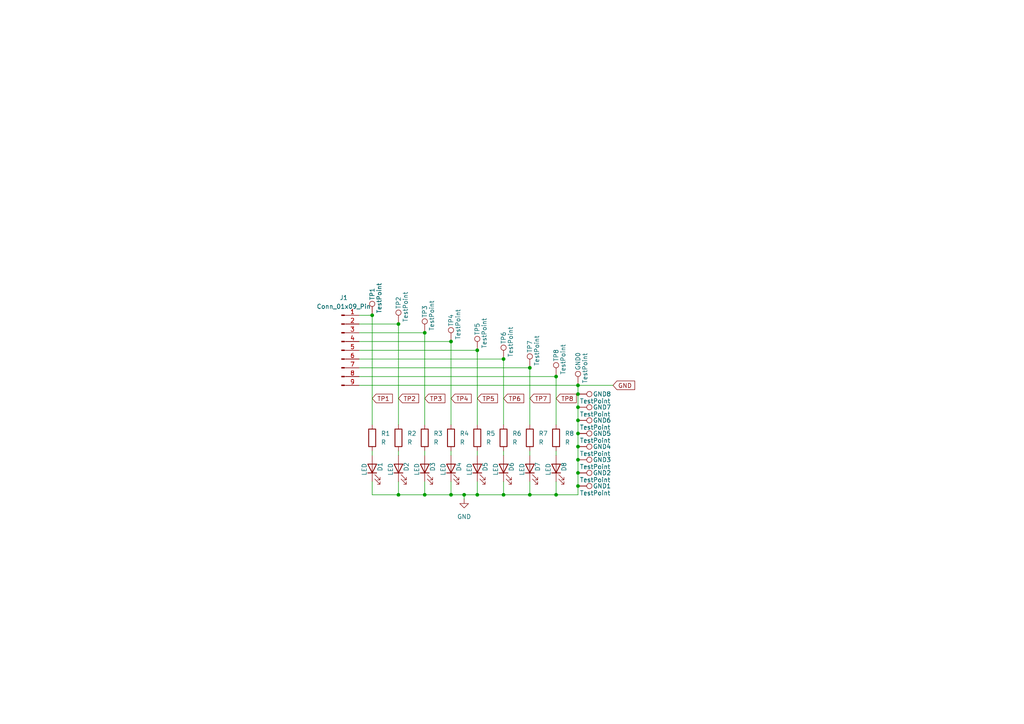
<source format=kicad_sch>
(kicad_sch (version 20231120) (generator "eeschema") (generator_version "8.0")
  (paper "A4")
  (lib_symbols
    (symbol "Connector:Conn_01x09_Pin" (pin_names (offset 1.016) hide)
      (property "Reference" "J" (at 0 12.7 0))
      (property "Value" "Conn_01x09_Pin" (at 0 -12.7 0))
      (symbol "Conn_01x09_Pin_1_1"
        (polyline (pts (xy 1.27 -10.16) (xy 0.8636 -10.16)) (stroke (width 0.1524)))
        (polyline (pts (xy 1.27 -7.62) (xy 0.8636 -7.62)) (stroke (width 0.1524)))
        (polyline (pts (xy 1.27 -5.08) (xy 0.8636 -5.08)) (stroke (width 0.1524)))
        (polyline (pts (xy 1.27 -2.54) (xy 0.8636 -2.54)) (stroke (width 0.1524)))
        (polyline (pts (xy 1.27 0) (xy 0.8636 0)) (stroke (width 0.1524)))
        (polyline (pts (xy 1.27 2.54) (xy 0.8636 2.54)) (stroke (width 0.1524)))
        (polyline (pts (xy 1.27 5.08) (xy 0.8636 5.08)) (stroke (width 0.1524)))
        (polyline (pts (xy 1.27 7.62) (xy 0.8636 7.62)) (stroke (width 0.1524)))
        (polyline (pts (xy 1.27 10.16) (xy 0.8636 10.16)) (stroke (width 0.1524)))
        (rectangle (start 0.8636 -10.033) (end 0 -10.287) (stroke (width 0.1524)) (fill (type outline)))
        (rectangle (start 0.8636 -7.493) (end 0 -7.747) (stroke (width 0.1524)) (fill (type outline)))
        (rectangle (start 0.8636 -4.953) (end 0 -5.207) (stroke (width 0.1524)) (fill (type outline)))
        (rectangle (start 0.8636 -2.413) (end 0 -2.667) (stroke (width 0.1524)) (fill (type outline)))
        (rectangle (start 0.8636 0.127) (end 0 -0.127) (stroke (width 0.1524)) (fill (type outline)))
        (rectangle (start 0.8636 2.667) (end 0 2.413) (stroke (width 0.1524)) (fill (type outline)))
        (rectangle (start 0.8636 5.207) (end 0 4.953) (stroke (width 0.1524)) (fill (type outline)))
        (rectangle (start 0.8636 7.747) (end 0 7.493) (stroke (width 0.1524)) (fill (type outline)))
        (rectangle (start 0.8636 10.287) (end 0 10.033) (stroke (width 0.1524)) (fill (type outline)))
        (pin passive line (at 5.08 10.16 180) (length 3.81) (name "Pin_1") (number "1"))
        (pin passive line (at 5.08 7.62 180) (length 3.81) (name "Pin_2") (number "2"))
        (pin passive line (at 5.08 5.08 180) (length 3.81) (name "Pin_3") (number "3"))
        (pin passive line (at 5.08 2.54 180) (length 3.81) (name "Pin_4") (number "4"))
        (pin passive line (at 5.08 0 180) (length 3.81) (name "Pin_5") (number "5"))
        (pin passive line (at 5.08 -2.54 180) (length 3.81) (name "Pin_6") (number "6"))
        (pin passive line (at 5.08 -5.08 180) (length 3.81) (name "Pin_7") (number "7"))
        (pin passive line (at 5.08 -7.62 180) (length 3.81) (name "Pin_8") (number "8"))
        (pin passive line (at 5.08 -10.16 180) (length 3.81) (name "Pin_9") (number "9"))
      )
    )
    (symbol "Connector:TestPoint" (pin_numbers hide) (pin_names (offset 0.762) hide)
      (property "Reference" "TP" (at 0 6.858 0))
      (property "Value" "TestPoint" (at 0 5.08 0))
      (symbol "TestPoint_0_1"
        (circle (center 0 3.302) (radius 0.762))
      )
      (symbol "TestPoint_1_1"
        (pin passive line (at 0 0 90) (length 2.54) (name "1") (number "1"))
      )
    )
    (symbol "Device:LED" (pin_numbers hide) (pin_names (offset 1.016) hide)
      (property "Reference" "D" (at 0 2.54 0))
      (property "Value" "LED" (at 0 -2.54 0))
      (symbol "LED_0_1"
        (polyline (pts (xy -1.27 -1.27) (xy -1.27 1.27)) (stroke (width 0.254)))
        (polyline (pts (xy -1.27 0) (xy 1.27 0)))
        (polyline (pts (xy 1.27 -1.27) (xy 1.27 1.27) (xy -1.27 0) (xy 1.27 -1.27)) (stroke (width 0.254)))
        (polyline (pts (xy -3.048 -0.762) (xy -4.572 -2.286) (xy -3.81 -2.286) (xy -4.572 -2.286) (xy -4.572 -1.524)))
        (polyline (pts (xy -1.778 -0.762) (xy -3.302 -2.286) (xy -2.54 -2.286) (xy -3.302 -2.286) (xy -3.302 -1.524)))
      )
      (symbol "LED_1_1"
        (pin passive line (at -3.81 0 0) (length 2.54) (name "K") (number "1"))
        (pin passive line (at 3.81 0 180) (length 2.54) (name "A") (number "2"))
      )
    )
    (symbol "Device:R" (pin_numbers hide) (pin_names (offset 0))
      (property "Reference" "R" (at 2.032 0 90))
      (property "Value" "R" (at 0 0 90))
      (symbol "R_0_1"
        (rectangle (start -1.016 -2.54) (end 1.016 2.54) (stroke (width 0.254)))
      )
      (symbol "R_1_1"
        (pin passive line (at 0 3.81 270) (length 1.27) (name "~") (number "1"))
        (pin passive line (at 0 -3.81 90) (length 1.27) (name "~") (number "2"))
      )
    )
    (symbol "power:GND" (power) (pin_numbers hide) (pin_names (offset 0) hide)
      (property "Value" "GND" (at 0 -3.81 0))
      (symbol "GND_0_1"
        (polyline (pts (xy 0 0) (xy 0 -1.27) (xy 1.27 -1.27) (xy 0 -2.54) (xy -1.27 -1.27) (xy 0 -1.27)))
      )
      (symbol "GND_1_1"
        (pin power_in line (at 0 0 270) (length 0) (name "~") (number "1"))
      )
    )
  )
  (junction (at 138.43 101.6))
  (junction (at 167.64 111.76))
  (junction (at 115.57 93.98))
  (junction (at 161.29 109.22))
  (junction (at 167.64 121.92))
  (junction (at 123.19 143.51))
  (junction (at 130.81 99.06))
  (junction (at 134.62 143.51))
  (junction (at 146.05 143.51))
  (junction (at 123.19 96.52))
  (junction (at 161.29 143.51))
  (junction (at 153.67 143.51))
  (junction (at 167.64 125.73))
  (junction (at 167.64 140.97))
  (junction (at 115.57 143.51))
  (junction (at 167.64 137.16))
  (junction (at 138.43 143.51))
  (junction (at 167.64 118.11))
  (junction (at 167.64 114.3))
  (junction (at 153.67 106.68))
  (junction (at 146.05 104.14))
  (junction (at 107.95 91.44))
  (junction (at 167.64 133.35))
  (junction (at 167.64 129.54))
  (junction (at 130.81 143.51))
  (wire (pts (xy 104.14 106.68) (xy 153.67 106.68)))
  (wire (pts (xy 130.81 130.81) (xy 130.81 132.08)))
  (wire (pts (xy 134.62 143.51) (xy 130.81 143.51)))
  (wire (pts (xy 167.64 143.51) (xy 167.64 140.97)))
  (wire (pts (xy 146.05 130.81) (xy 146.05 132.08)))
  (wire (pts (xy 167.64 133.35) (xy 167.64 137.16)))
  (wire (pts (xy 167.64 125.73) (xy 167.64 129.54)))
  (wire (pts (xy 104.14 91.44) (xy 107.95 91.44)))
  (wire (pts (xy 107.95 139.7) (xy 107.95 143.51)))
  (wire (pts (xy 146.05 143.51) (xy 153.67 143.51)))
  (wire (pts (xy 167.64 140.97) (xy 167.64 137.16)))
  (wire (pts (xy 146.05 104.14) (xy 146.05 123.19)))
  (wire (pts (xy 107.95 130.81) (xy 107.95 132.08)))
  (wire (pts (xy 104.14 99.06) (xy 130.81 99.06)))
  (wire (pts (xy 177.8 111.76) (xy 167.64 111.76)))
  (wire (pts (xy 153.67 143.51) (xy 161.29 143.51)))
  (wire (pts (xy 130.81 139.7) (xy 130.81 143.51)))
  (wire (pts (xy 153.67 106.68) (xy 153.67 123.19)))
  (wire (pts (xy 104.14 111.76) (xy 167.64 111.76)))
  (wire (pts (xy 138.43 130.81) (xy 138.43 132.08)))
  (wire (pts (xy 130.81 99.06) (xy 130.81 123.19)))
  (wire (pts (xy 134.62 143.51) (xy 134.62 144.78)))
  (wire (pts (xy 130.81 143.51) (xy 123.19 143.51)))
  (wire (pts (xy 115.57 130.81) (xy 115.57 132.08)))
  (wire (pts (xy 153.67 130.81) (xy 153.67 132.08)))
  (wire (pts (xy 167.64 111.76) (xy 167.64 114.3)))
  (wire (pts (xy 153.67 139.7) (xy 153.67 143.51)))
  (wire (pts (xy 138.43 143.51) (xy 134.62 143.51)))
  (wire (pts (xy 104.14 101.6) (xy 138.43 101.6)))
  (wire (pts (xy 161.29 130.81) (xy 161.29 132.08)))
  (wire (pts (xy 115.57 93.98) (xy 115.57 123.19)))
  (wire (pts (xy 167.64 129.54) (xy 167.64 133.35)))
  (wire (pts (xy 104.14 96.52) (xy 123.19 96.52)))
  (wire (pts (xy 107.95 91.44) (xy 107.95 123.19)))
  (wire (pts (xy 123.19 139.7) (xy 123.19 143.51)))
  (wire (pts (xy 146.05 139.7) (xy 146.05 143.51)))
  (wire (pts (xy 123.19 130.81) (xy 123.19 132.08)))
  (wire (pts (xy 104.14 109.22) (xy 161.29 109.22)))
  (wire (pts (xy 115.57 139.7) (xy 115.57 143.51)))
  (wire (pts (xy 161.29 143.51) (xy 167.64 143.51)))
  (wire (pts (xy 123.19 143.51) (xy 115.57 143.51)))
  (wire (pts (xy 167.64 114.3) (xy 167.64 118.11)))
  (wire (pts (xy 104.14 93.98) (xy 115.57 93.98)))
  (wire (pts (xy 115.57 143.51) (xy 107.95 143.51)))
  (wire (pts (xy 123.19 96.52) (xy 123.19 123.19)))
  (wire (pts (xy 161.29 139.7) (xy 161.29 143.51)))
  (wire (pts (xy 167.64 121.92) (xy 167.64 125.73)))
  (wire (pts (xy 138.43 139.7) (xy 138.43 143.51)))
  (wire (pts (xy 146.05 143.51) (xy 138.43 143.51)))
  (wire (pts (xy 104.14 104.14) (xy 146.05 104.14)))
  (wire (pts (xy 161.29 109.22) (xy 161.29 123.19)))
  (wire (pts (xy 167.64 118.11) (xy 167.64 121.92)))
  (wire (pts (xy 138.43 101.6) (xy 138.43 123.19)))
  (global_label "TP8" (shape input) (at 161.29 115.57 0) (property "Intersheetrefs" "${INTERSHEET_REFS}" (effects (hide yes))))
  (global_label "TP3" (shape input) (at 123.19 115.57 0) (property "Intersheetrefs" "${INTERSHEET_REFS}" (effects (hide yes))))
  (global_label "TP2" (shape input) (at 115.57 115.57 0) (property "Intersheetrefs" "${INTERSHEET_REFS}" (effects (hide yes))))
  (global_label "TP5" (shape input) (at 138.43 115.57 0) (property "Intersheetrefs" "${INTERSHEET_REFS}" (effects (hide yes))))
  (global_label "GND" (shape input) (at 177.8 111.76 0) (property "Intersheetrefs" "${INTERSHEET_REFS}" (effects (hide yes))))
  (global_label "TP6" (shape input) (at 146.05 115.57 0) (property "Intersheetrefs" "${INTERSHEET_REFS}" (effects (hide yes))))
  (global_label "TP7" (shape input) (at 153.67 115.57 0) (property "Intersheetrefs" "${INTERSHEET_REFS}" (effects (hide yes))))
  (global_label "TP4" (shape input) (at 130.81 115.57 0) (property "Intersheetrefs" "${INTERSHEET_REFS}" (effects (hide yes))))
  (global_label "TP1" (shape input) (at 107.95 115.57 0) (property "Intersheetrefs" "${INTERSHEET_REFS}" (effects (hide yes))))
  (symbol (lib_id "Device:R") (at 146.05 127 180) (unit 1)
    (property "Reference" "R6" (at 148.59 125.7299 0) (effects (justify right)))
    (property "Value" "R" (at 148.59 128.2699 0) (effects (justify right)))
    (property "Footprint" "Resistor_SMD:R_0805_2012Metric_Pad1.20x1.40mm_HandSolder" (effects (hide yes)))
    (property "Description" "Resistor" (effects (hide yes)))
  )
  (symbol (lib_id "Device:LED") (at 123.19 135.89 90) (unit 1)
    (property "Reference" "D3" (at 125.476 135.382 0))
    (property "Value" "LED" (at 120.904 136.144 0))
    (property "Footprint" "LED_SMD:LED_0805_2012Metric_Pad1.15x1.40mm_HandSolder" (effects (hide yes)))
    (property "Description" "Light emitting diode" (effects (hide yes)))
  )
  (symbol (lib_id "Device:LED") (at 153.67 135.89 90) (unit 1)
    (property "Reference" "D7" (at 155.956 135.382 0))
    (property "Value" "LED" (at 151.384 136.144 0))
    (property "Footprint" "LED_SMD:LED_0805_2012Metric_Pad1.15x1.40mm_HandSolder" (effects (hide yes)))
    (property "Description" "Light emitting diode" (effects (hide yes)))
  )
  (symbol (lib_id "Connector:TestPoint") (at 167.64 140.97 270) (unit 1)
    (property "Reference" "GND1" (at 171.958 140.97 90) (effects (justify left)))
    (property "Value" "TestPoint" (at 168.148 143.002 90) (effects (justify left)))
    (property "Footprint" "TestPoint:TestPoint_THTPad_D1.5mm_Drill0.7mm" (effects (hide yes)))
    (property "Description" "test point" (effects (hide yes)))
  )
  (symbol (lib_id "Connector:TestPoint") (at 167.64 118.11 270) (unit 1)
    (property "Reference" "GND7" (at 171.958 118.11 90) (effects (justify left)))
    (property "Value" "TestPoint" (at 168.148 120.142 90) (effects (justify left)))
    (property "Footprint" "TestPoint:TestPoint_THTPad_D1.5mm_Drill0.7mm" (effects (hide yes)))
    (property "Description" "test point" (effects (hide yes)))
  )
  (symbol (lib_id "Device:LED") (at 146.05 135.89 90) (unit 1)
    (property "Reference" "D6" (at 148.336 135.382 0))
    (property "Value" "LED" (at 143.764 136.144 0))
    (property "Footprint" "LED_SMD:LED_0805_2012Metric_Pad1.15x1.40mm_HandSolder" (effects (hide yes)))
    (property "Description" "Light emitting diode" (effects (hide yes)))
  )
  (symbol (lib_id "Connector:TestPoint") (at 167.64 133.35 270) (unit 1)
    (property "Reference" "GND3" (at 171.958 133.35 90) (effects (justify left)))
    (property "Value" "TestPoint" (at 168.148 135.382 90) (effects (justify left)))
    (property "Footprint" "TestPoint:TestPoint_THTPad_D1.5mm_Drill0.7mm" (effects (hide yes)))
    (property "Description" "test point" (effects (hide yes)))
  )
  (symbol (lib_id "Connector:TestPoint") (at 115.57 93.98 0) (unit 1)
    (property "Reference" "TP2" (at 115.57 89.662 90) (effects (justify left)))
    (property "Value" "TestPoint" (at 117.602 93.472 90) (effects (justify left)))
    (property "Footprint" "TestPoint:TestPoint_THTPad_D1.5mm_Drill0.7mm" (effects (hide yes)))
    (property "Description" "test point" (effects (hide yes)))
  )
  (symbol (lib_id "Connector:TestPoint") (at 146.05 104.14 0) (unit 1)
    (property "Reference" "TP6" (at 146.05 99.822 90) (effects (justify left)))
    (property "Value" "TestPoint" (at 148.082 103.632 90) (effects (justify left)))
    (property "Footprint" "TestPoint:TestPoint_THTPad_D1.5mm_Drill0.7mm" (effects (hide yes)))
    (property "Description" "test point" (effects (hide yes)))
  )
  (symbol (lib_id "power:GND") (at 134.62 144.78 0) (unit 1)
    (property "Reference" "#PWR01" (effects (hide yes)))
    (property "Value" "GND" (at 134.62 149.86 0))
    (property "Description" "Power symbol creates a global label with name \"GND\" , ground" (effects (hide yes)))
  )
  (symbol (lib_id "Connector:TestPoint") (at 107.95 91.44 0) (unit 1)
    (property "Reference" "TP1" (at 107.95 87.122 90) (effects (justify left)))
    (property "Value" "TestPoint" (at 109.982 90.932 90) (effects (justify left)))
    (property "Footprint" "TestPoint:TestPoint_THTPad_D1.5mm_Drill0.7mm" (effects (hide yes)))
    (property "Description" "test point" (effects (hide yes)))
  )
  (symbol (lib_id "Connector:TestPoint") (at 167.64 114.3 270) (unit 1)
    (property "Reference" "GND8" (at 171.958 114.3 90) (effects (justify left)))
    (property "Value" "TestPoint" (at 168.148 116.332 90) (effects (justify left)))
    (property "Footprint" "TestPoint:TestPoint_THTPad_D1.5mm_Drill0.7mm" (effects (hide yes)))
    (property "Description" "test point" (effects (hide yes)))
  )
  (symbol (lib_id "Connector:TestPoint") (at 138.43 101.6 0) (unit 1)
    (property "Reference" "TP5" (at 138.43 97.282 90) (effects (justify left)))
    (property "Value" "TestPoint" (at 140.462 101.092 90) (effects (justify left)))
    (property "Footprint" "TestPoint:TestPoint_THTPad_D1.5mm_Drill0.7mm" (effects (hide yes)))
    (property "Description" "test point" (effects (hide yes)))
  )
  (symbol (lib_id "Device:LED") (at 107.95 135.89 90) (unit 1)
    (property "Reference" "D1" (at 110.236 135.382 0))
    (property "Value" "LED" (at 105.664 136.144 0))
    (property "Footprint" "LED_SMD:LED_0805_2012Metric_Pad1.15x1.40mm_HandSolder" (effects (hide yes)))
    (property "Description" "Light emitting diode" (effects (hide yes)))
  )
  (symbol (lib_id "Device:LED") (at 115.57 135.89 90) (unit 1)
    (property "Reference" "D2" (at 117.856 135.382 0))
    (property "Value" "LED" (at 113.284 136.144 0))
    (property "Footprint" "LED_SMD:LED_0805_2012Metric_Pad1.15x1.40mm_HandSolder" (effects (hide yes)))
    (property "Description" "Light emitting diode" (effects (hide yes)))
  )
  (symbol (lib_id "Connector:TestPoint") (at 167.64 125.73 270) (unit 1)
    (property "Reference" "GND5" (at 171.958 125.73 90) (effects (justify left)))
    (property "Value" "TestPoint" (at 168.148 127.762 90) (effects (justify left)))
    (property "Footprint" "TestPoint:TestPoint_THTPad_D1.5mm_Drill0.7mm" (effects (hide yes)))
    (property "Description" "test point" (effects (hide yes)))
  )
  (symbol (lib_id "Device:R") (at 123.19 127 180) (unit 1)
    (property "Reference" "R3" (at 125.73 125.7299 0) (effects (justify right)))
    (property "Value" "R" (at 125.73 128.2699 0) (effects (justify right)))
    (property "Footprint" "Resistor_SMD:R_0805_2012Metric_Pad1.20x1.40mm_HandSolder" (effects (hide yes)))
    (property "Description" "Resistor" (effects (hide yes)))
  )
  (symbol (lib_id "Device:R") (at 130.81 127 180) (unit 1)
    (property "Reference" "R4" (at 133.35 125.7299 0) (effects (justify right)))
    (property "Value" "R" (at 133.35 128.2699 0) (effects (justify right)))
    (property "Footprint" "Resistor_SMD:R_0805_2012Metric_Pad1.20x1.40mm_HandSolder" (effects (hide yes)))
    (property "Description" "Resistor" (effects (hide yes)))
  )
  (symbol (lib_id "Device:LED") (at 130.81 135.89 90) (unit 1)
    (property "Reference" "D4" (at 133.096 135.382 0))
    (property "Value" "LED" (at 128.524 136.144 0))
    (property "Footprint" "LED_SMD:LED_0805_2012Metric_Pad1.15x1.40mm_HandSolder" (effects (hide yes)))
    (property "Description" "Light emitting diode" (effects (hide yes)))
  )
  (symbol (lib_id "Device:R") (at 115.57 127 180) (unit 1)
    (property "Reference" "R2" (at 118.11 125.7299 0) (effects (justify right)))
    (property "Value" "R" (at 118.11 128.2699 0) (effects (justify right)))
    (property "Footprint" "Resistor_SMD:R_0805_2012Metric_Pad1.20x1.40mm_HandSolder" (effects (hide yes)))
    (property "Description" "Resistor" (effects (hide yes)))
  )
  (symbol (lib_id "Connector:TestPoint") (at 167.64 137.16 270) (unit 1)
    (property "Reference" "GND2" (at 171.958 137.16 90) (effects (justify left)))
    (property "Value" "TestPoint" (at 168.148 139.192 90) (effects (justify left)))
    (property "Footprint" "TestPoint:TestPoint_THTPad_D1.5mm_Drill0.7mm" (effects (hide yes)))
    (property "Description" "test point" (effects (hide yes)))
  )
  (symbol (lib_id "Connector:TestPoint") (at 130.81 99.06 0) (unit 1)
    (property "Reference" "TP4" (at 130.81 94.742 90) (effects (justify left)))
    (property "Value" "TestPoint" (at 132.842 98.552 90) (effects (justify left)))
    (property "Footprint" "TestPoint:TestPoint_THTPad_D1.5mm_Drill0.7mm" (effects (hide yes)))
    (property "Description" "test point" (effects (hide yes)))
  )
  (symbol (lib_id "Device:R") (at 138.43 127 180) (unit 1)
    (property "Reference" "R5" (at 140.97 125.7299 0) (effects (justify right)))
    (property "Value" "R" (at 140.97 128.2699 0) (effects (justify right)))
    (property "Footprint" "Resistor_SMD:R_0805_2012Metric_Pad1.20x1.40mm_HandSolder" (effects (hide yes)))
    (property "Description" "Resistor" (effects (hide yes)))
  )
  (symbol (lib_id "Device:LED") (at 138.43 135.89 90) (unit 1)
    (property "Reference" "D5" (at 140.716 135.382 0))
    (property "Value" "LED" (at 136.144 136.144 0))
    (property "Footprint" "LED_SMD:LED_0805_2012Metric_Pad1.15x1.40mm_HandSolder" (effects (hide yes)))
    (property "Description" "Light emitting diode" (effects (hide yes)))
  )
  (symbol (lib_id "Device:LED") (at 161.29 135.89 90) (unit 1)
    (property "Reference" "D8" (at 163.576 135.382 0))
    (property "Value" "LED" (at 159.004 136.144 0))
    (property "Footprint" "LED_SMD:LED_0805_2012Metric_Pad1.15x1.40mm_HandSolder" (effects (hide yes)))
    (property "Description" "Light emitting diode" (effects (hide yes)))
  )
  (symbol (lib_id "Device:R") (at 153.67 127 180) (unit 1)
    (property "Reference" "R7" (at 156.21 125.7299 0) (effects (justify right)))
    (property "Value" "R" (at 156.21 128.2699 0) (effects (justify right)))
    (property "Footprint" "Resistor_SMD:R_0805_2012Metric_Pad1.20x1.40mm_HandSolder" (effects (hide yes)))
    (property "Description" "Resistor" (effects (hide yes)))
  )
  (symbol (lib_id "Connector:TestPoint") (at 153.67 106.68 0) (unit 1)
    (property "Reference" "TP7" (at 153.67 102.362 90) (effects (justify left)))
    (property "Value" "TestPoint" (at 155.702 106.172 90) (effects (justify left)))
    (property "Footprint" "TestPoint:TestPoint_THTPad_D1.5mm_Drill0.7mm" (effects (hide yes)))
    (property "Description" "test point" (effects (hide yes)))
  )
  (symbol (lib_id "Connector:TestPoint") (at 167.64 129.54 270) (unit 1)
    (property "Reference" "GND4" (at 171.958 129.54 90) (effects (justify left)))
    (property "Value" "TestPoint" (at 168.148 131.572 90) (effects (justify left)))
    (property "Footprint" "TestPoint:TestPoint_THTPad_D1.5mm_Drill0.7mm" (effects (hide yes)))
    (property "Description" "test point" (effects (hide yes)))
  )
  (symbol (lib_id "Connector:Conn_01x09_Pin") (at 99.06 101.6 0) (unit 1)
    (property "Reference" "J1" (at 99.695 86.36 0))
    (property "Value" "Conn_01x09_Pin" (at 99.695 88.9 0))
    (property "Footprint" "Connector_PinHeader_2.54mm:PinHeader_1x09_P2.54mm_Vertical" (effects (hide yes)))
    (property "Description" "Generic connector, single row, 01x09, script generated" (effects (hide yes)))
  )
  (symbol (lib_id "Device:R") (at 107.95 127 180) (unit 1)
    (property "Reference" "R1" (at 110.49 125.7299 0) (effects (justify right)))
    (property "Value" "R" (at 110.49 128.2699 0) (effects (justify right)))
    (property "Footprint" "Resistor_SMD:R_0805_2012Metric_Pad1.20x1.40mm_HandSolder" (effects (hide yes)))
    (property "Description" "Resistor" (effects (hide yes)))
  )
  (symbol (lib_id "Connector:TestPoint") (at 161.29 109.22 0) (unit 1)
    (property "Reference" "TP8" (at 161.29 104.902 90) (effects (justify left)))
    (property "Value" "TestPoint" (at 163.322 108.712 90) (effects (justify left)))
    (property "Footprint" "TestPoint:TestPoint_THTPad_D1.5mm_Drill0.7mm" (effects (hide yes)))
    (property "Description" "test point" (effects (hide yes)))
  )
  (symbol (lib_id "Connector:TestPoint") (at 167.64 111.76 0) (unit 1)
    (property "Reference" "GND0" (at 167.64 107.442 90) (effects (justify left)))
    (property "Value" "TestPoint" (at 169.672 111.252 90) (effects (justify left)))
    (property "Footprint" "TestPoint:TestPoint_THTPad_D1.5mm_Drill0.7mm" (effects (hide yes)))
    (property "Description" "test point" (effects (hide yes)))
  )
  (symbol (lib_id "Connector:TestPoint") (at 123.19 96.52 0) (unit 1)
    (property "Reference" "TP3" (at 123.19 92.202 90) (effects (justify left)))
    (property "Value" "TestPoint" (at 125.222 96.012 90) (effects (justify left)))
    (property "Footprint" "TestPoint:TestPoint_THTPad_D1.5mm_Drill0.7mm" (effects (hide yes)))
    (property "Description" "test point" (effects (hide yes)))
  )
  (symbol (lib_id "Device:R") (at 161.29 127 180) (unit 1)
    (property "Reference" "R8" (at 163.83 125.7299 0) (effects (justify right)))
    (property "Value" "R" (at 163.83 128.2699 0) (effects (justify right)))
    (property "Footprint" "Resistor_SMD:R_0805_2012Metric_Pad1.20x1.40mm_HandSolder" (effects (hide yes)))
    (property "Description" "Resistor" (effects (hide yes)))
  )
  (symbol (lib_id "Connector:TestPoint") (at 167.64 121.92 270) (unit 1)
    (property "Reference" "GND6" (at 171.958 121.92 90) (effects (justify left)))
    (property "Value" "TestPoint" (at 168.148 123.952 90) (effects (justify left)))
    (property "Footprint" "TestPoint:TestPoint_THTPad_D1.5mm_Drill0.7mm" (effects (hide yes)))
    (property "Description" "test point" (effects (hide yes)))
  )
)
</source>
